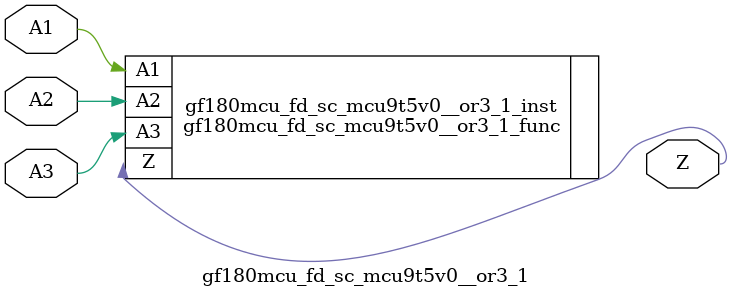
<source format=v>

module gf180mcu_fd_sc_mcu9t5v0__or3_1( A1, A2, A3, Z );
input A1, A2, A3;
output Z;

   `ifdef FUNCTIONAL  //  functional //

	gf180mcu_fd_sc_mcu9t5v0__or3_1_func gf180mcu_fd_sc_mcu9t5v0__or3_1_behav_inst(.A1(A1),.A2(A2),.A3(A3),.Z(Z));

   `else

	gf180mcu_fd_sc_mcu9t5v0__or3_1_func gf180mcu_fd_sc_mcu9t5v0__or3_1_inst(.A1(A1),.A2(A2),.A3(A3),.Z(Z));

	// spec_gates_begin


	// spec_gates_end



   specify

	// specify_block_begin

	// comb arc A1 --> Z
	 (A1 => Z) = (1.0,1.0);

	// comb arc A2 --> Z
	 (A2 => Z) = (1.0,1.0);

	// comb arc A3 --> Z
	 (A3 => Z) = (1.0,1.0);

	// specify_block_end

   endspecify

   `endif

endmodule

</source>
